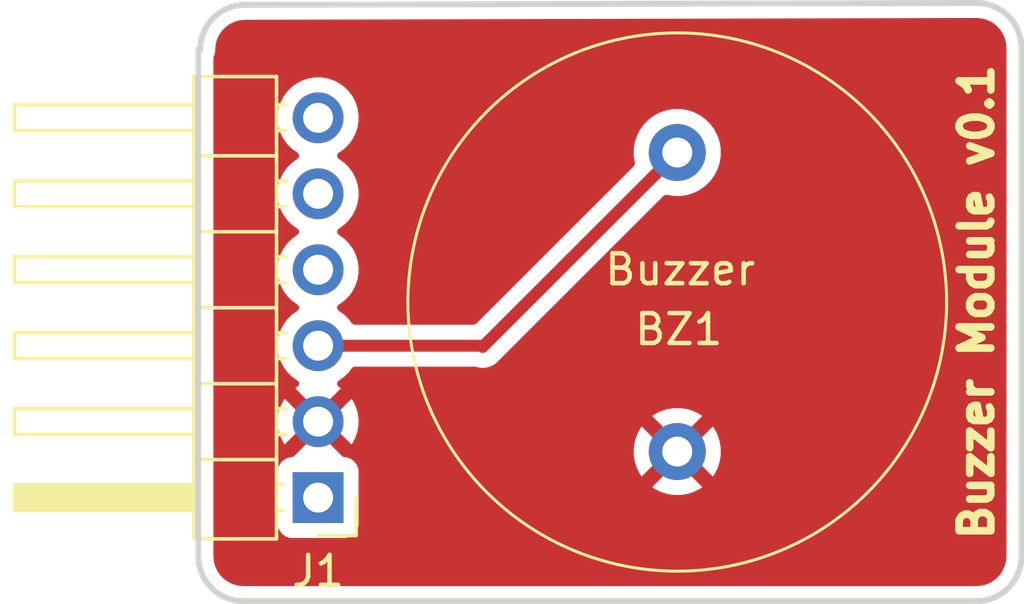
<source format=kicad_pcb>
(kicad_pcb (version 20241229) (generator "pcbnew") (generator_version "9.0")
  (layers (0 "F.Cu" signal) (2 "B.Cu" signal) (13 "F.Paste" user) (15 "B.Paste" user) (5 "F.SilkS" user "F.Silkscreen") (7 "B.SilkS" user "B.Silkscreen") (1 "F.Mask" user) (3 "B.Mask" user) (25 "Edge.Cuts" user))
  (net 0 "")
  (net 1 "GND")
  (net 2 "PWM")
  (footprint "Connector_PinHeader_2.54mm:PinHeader_1x06_P2.54mm_Horizontal" (layer "F.Cu") (at 82 69.54 180)
    (property "Reference" "J1" (at 0 -2.46 0) (layer "F.SilkS"))
    (property "Value" "Conn_01x06_Pin")
    (fp_line (start 10.15 13.13) (end 4.15 13.13) (stroke (width 0.12)) (layer "F.SilkS"))
    (fp_line (start 10.15 12.27) (end 10.15 13.13) (stroke (width 0.12)) (layer "F.SilkS"))
    (fp_line (start 10.15 10.59) (end 4.15 10.59) (stroke (width 0.12)) (layer "F.SilkS"))
    (fp_line (start 10.15 9.73) (end 10.15 10.59) (stroke (width 0.12)) (layer "F.SilkS"))
    (fp_line (start 10.15 8.05) (end 4.15 8.05) (stroke (width 0.12)) (layer "F.SilkS"))
    (fp_line (start 10.15 7.19) (end 10.15 8.05) (stroke (width 0.12)) (layer "F.SilkS"))
    (fp_line (start 10.15 5.51) (end 4.15 5.51) (stroke (width 0.12)) (layer "F.SilkS"))
    (fp_line (start 10.15 4.65) (end 10.15 5.51) (stroke (width 0.12)) (layer "F.SilkS"))
    (fp_line (start 10.15 2.97) (end 4.15 2.97) (stroke (width 0.12)) (layer "F.SilkS"))
    (fp_line (start 10.15 2.11) (end 10.15 2.97) (stroke (width 0.12)) (layer "F.SilkS"))
    (fp_line (start 4.15 14.08) (end 4.15 -1.38) (stroke (width 0.12)) (layer "F.SilkS"))
    (fp_line (start 4.15 12.27) (end 10.15 12.27) (stroke (width 0.12)) (layer "F.SilkS"))
    (fp_line (start 4.15 9.73) (end 10.15 9.73) (stroke (width 0.12)) (layer "F.SilkS"))
    (fp_line (start 4.15 7.19) (end 10.15 7.19) (stroke (width 0.12)) (layer "F.SilkS"))
    (fp_line (start 4.15 4.65) (end 10.15 4.65) (stroke (width 0.12)) (layer "F.SilkS"))
    (fp_line (start 4.15 2.11) (end 10.15 2.11) (stroke (width 0.12)) (layer "F.SilkS"))
    (fp_line (start 4.15 -1.38) (end 1.39 -1.38) (stroke (width 0.12)) (layer "F.SilkS"))
    (fp_line (start 1.39 14.08) (end 4.15 14.08) (stroke (width 0.12)) (layer "F.SilkS"))
    (fp_line (start 1.39 11.43) (end 4.15 11.43) (stroke (width 0.12)) (layer "F.SilkS"))
    (fp_line (start 1.39 8.89) (end 4.15 8.89) (stroke (width 0.12)) (layer "F.SilkS"))
    (fp_line (start 1.39 6.35) (end 4.15 6.35) (stroke (width 0.12)) (layer "F.SilkS"))
    (fp_line (start 1.39 3.81) (end 4.15 3.81) (stroke (width 0.12)) (layer "F.SilkS"))
    (fp_line (start 1.39 1.27) (end 4.15 1.27) (stroke (width 0.12)) (layer "F.SilkS"))
    (fp_line (start 1.39 -1.38) (end 1.39 14.08) (stroke (width 0.12)) (layer "F.SilkS"))
    (fp_line (start 1.16 0.43) (end 1.39 0.43) (stroke (width 0.12)) (layer "F.SilkS"))
    (fp_line (start 1.16 -0.43) (end 1.39 -0.43) (stroke (width 0.12)) (layer "F.SilkS"))
    (fp_line (start 1.077358 13.13) (end 1.39 13.13) (stroke (width 0.12)) (layer "F.SilkS"))
    (fp_line (start 1.077358 12.27) (end 1.39 12.27) (stroke (width 0.12)) (layer "F.SilkS"))
    (fp_line (start 1.077358 10.59) (end 1.39 10.59) (stroke (width 0.12)) (layer "F.SilkS"))
    (fp_line (start 1.077358 9.73) (end 1.39 9.73) (stroke (width 0.12)) (layer "F.SilkS"))
    (fp_line (start 1.077358 8.05) (end 1.39 8.05) (stroke (width 0.12)) (layer "F.SilkS"))
    (fp_line (start 1.077358 7.19) (end 1.39 7.19) (stroke (width 0.12)) (layer "F.SilkS"))
    (fp_line (start 1.077358 5.51) (end 1.39 5.51) (stroke (width 0.12)) (layer "F.SilkS"))
    (fp_line (start 1.077358 4.65) (end 1.39 4.65) (stroke (width 0.12)) (layer "F.SilkS"))
    (fp_line (start 1.077358 2.97) (end 1.39 2.97) (stroke (width 0.12)) (layer "F.SilkS"))
    (fp_line (start 1.077358 2.11) (end 1.39 2.11) (stroke (width 0.12)) (layer "F.SilkS"))
    (fp_line (start -1.27 0) (end -1.27 -1.27) (stroke (width 0.12)) (layer "F.SilkS"))
    (fp_line (start -1.27 -1.27) (end 0 -1.27) (stroke (width 0.12)) (layer "F.SilkS"))
    (fp_rect (start 4.15 -0.43) (end 10.15 0.43) (stroke (width 0.12)) (fill yes) (layer "F.SilkS"))
    (pad "1" thru_hole rect (at 0 0 180) (size 1.7 1.7) (drill 1) (layers "*.Cu" "*.Mask"))
    (pad "2" thru_hole circle (at 0 2.54 180) (size 1.7 1.7) (drill 1) (layers "*.Cu" "*.Mask") (net 1 "GND"))
    (pad "3" thru_hole circle (at 0 5.08 180) (size 1.7 1.7) (drill 1) (layers "*.Cu" "*.Mask") (net 2 "PWM"))
    (pad "4" thru_hole circle (at 0 7.62 180) (size 1.7 1.7) (drill 1) (layers "*.Cu" "*.Mask"))
    (pad "5" thru_hole circle (at 0 10.16 180) (size 1.7 1.7) (drill 1) (layers "*.Cu" "*.Mask"))
    (pad "6" thru_hole circle (at 0 12.7 180) (size 1.7 1.7) (drill 1) (layers "*.Cu" "*.Mask"))
  )
  (footprint "Samacsys:AZ-1740E-2P" (layer "F.Cu") (at 94 63 -90)
    (property "Reference" "BZ1" (hide yes))
    (property "Value" "AZ-1740E-2P" (hide yes))
    (fp_circle (center 0 0) (end 9 0) (stroke (width 0.1)) (fill no) (layer "F.SilkS"))
    (fp_text user "BZ1" (at 1.5 1.5 0) (layer "F.SilkS") (effects (justify left bottom)))
    (fp_text user "Buzzer" (at -0.5 2.5 0) (layer "F.SilkS") (effects (justify left bottom)))
    (pad "1" thru_hole circle (at 5 0 270) (size 1.905 1.905) (drill 1) (layers "*.Cu" "*.Mask") (net 1 "GND"))
    (pad "2" thru_hole circle (at -5 0 270) (size 1.905 1.905) (drill 1) (layers "*.Cu" "*.Mask") (net 2 "PWM"))
  )
  (gr_line (start 78 54.56066) (end 78.000001 71.5) (stroke (width 0.2)) (layer "Edge.Cuts"))
  (gr_arc (start 105.499998 71.5) (mid 105.060659 72.56066) (end 103.999999 73) (stroke (width 0.2)) (layer "Edge.Cuts"))
  (gr_arc (start 104 53) (mid 105.06066 53.43934) (end 105.5 54.5) (stroke (width 0.2)) (layer "Edge.Cuts"))
  (gr_arc (start 78.06066 54.56066) (mid 78.5 53.5) (end 79.56066 53.06066) (stroke (width 0.2)) (layer "Edge.Cuts"))
  (gr_line (start 105.5 54.5) (end 105.5 71.5) (stroke (width 0.2)) (layer "Edge.Cuts"))
  (gr_line (start 79.5 73) (end 104 73) (stroke (width 0.2)) (layer "Edge.Cuts"))
  (gr_arc (start 79.5 73) (mid 78.43934 72.56066) (end 78.000001 71.5) (stroke (width 0.2)) (layer "Edge.Cuts"))
  (gr_line (start 79.5607 53.06066) (end 104 53) (stroke (width 0.2)) (layer "Edge.Cuts"))
  (gr_text "Buzzer Module v0.1" (at 104 63 90) (layer "F.SilkS") (effects (font (size 1.06 1.06) (thickness 0.254) (bold yes))))
  (segment (start 87.46 64.46) (end 87.5 64.5) (width 0.2) (layer "F.Cu") (net 2))
  (segment (start 87.5 64.5) (end 94 58) (width 0.4) (layer "F.Cu") (net 2))
  (segment (start 82 64.46) (end 87.46 64.46) (width 0.4) (layer "F.Cu") (net 2))
  (zone (net 1) (net_name "GND") (layer "F.Cu") (connect_pads (clearance 0.5)) (min_thickness 0.25) (fill yes (thermal_gap 0.5) (thermal_bridge_width 0.5))
    (polygon (pts (xy 78.5 53.5) (xy 105 53.5) (xy 105 72.5) (xy 78.5 72.5)))
  )
)
</source>
